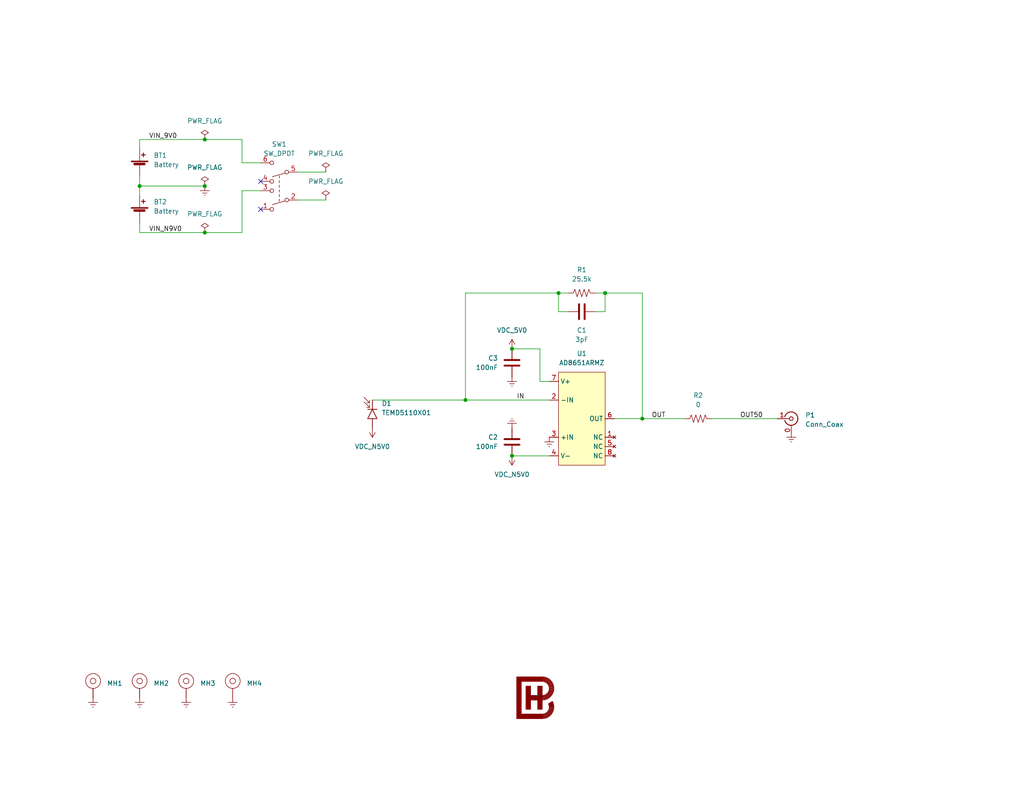
<source format=kicad_sch>
(kicad_sch (version 20231120) (generator "eeschema") (generator_version "8.0")
  (paper "A")
  (title_block (title "${PROJECT_NAME}") (rev "${PCB_REVISION}") (company "BRENDANHAINES.COM"))
  (lib_symbols
    (symbol "bh:AD8651ARMZ" (exclude_from_sim yes)
      (property "Reference" "U" (at 0 0 0))
      (property "Value" "AD8651ARMZ" (at 0 0 0))
      (symbol "AD8651ARMZ_1_1"
        (rectangle (start 0 0) (end 12.7 -25.4) (fill (type background)))
        (pin no_connect line (at 15.24 -17.78 180) (length 2.54) (name "NC") (number "1"))
        (pin input line (at -2.54 -7.62 0) (length 2.54) (name "-IN") (number "2"))
        (pin input line (at -2.54 -17.78 0) (length 2.54) (name "+IN") (number "3"))
        (pin power_in line (at -2.54 -22.86 0) (length 2.54) (name "V-") (number "4"))
        (pin no_connect line (at 15.24 -20.32 180) (length 2.54) (name "NC") (number "5"))
        (pin output line (at 15.24 -12.7 180) (length 2.54) (name "OUT") (number "6"))
        (pin power_in line (at -2.54 -2.54 0) (length 2.54) (name "V+") (number "7"))
        (pin no_connect line (at 15.24 -22.86 180) (length 2.54) (name "NC") (number "8"))
      )
    )
    (symbol "bh:Battery" (pin_numbers hide) (pin_names (offset 0) hide)
      (property "Reference" "BT" (at 2.54 1.27 0))
      (property "Value" "Battery" (at 2.54 -1.27 0))
      (symbol "Battery_0_1"
        (rectangle (start -2.286 0.508) (end 2.286 0.254) (fill (type outline)))
        (rectangle (start -1.5748 -0.0762) (end 1.4732 -0.5842) (fill (type outline)))
        (polyline (pts (xy 0 -0.508) (xy 0 -1.27)))
        (polyline (pts (xy 0 0.508) (xy 0 1.27)))
        (polyline (pts (xy 0.508 2.159) (xy 1.524 2.159)) (stroke (width 0.254)))
        (polyline (pts (xy 1.016 2.667) (xy 1.016 1.651)) (stroke (width 0.254)))
      )
      (symbol "Battery_1_1"
        (pin passive line (at 0 3.81 270) (length 2.54) (name "+") (number "1"))
        (pin passive line (at 0 -3.81 90) (length 2.54) (name "-") (number "2"))
      )
    )
    (symbol "bh:C" (pin_numbers hide) (pin_names (offset 0.254))
      (property "Reference" "C" (at 0.635 2.54 0))
      (property "Value" "C" (at 0.635 -2.54 0))
      (symbol "C_0_1"
        (polyline (pts (xy -2.032 -0.762) (xy 2.032 -0.762)) (stroke (width 0.508)))
        (polyline (pts (xy -2.032 0.762) (xy 2.032 0.762)) (stroke (width 0.508)))
      )
      (symbol "C_1_1"
        (pin passive line (at 0 3.81 270) (length 2.794) (name "~") (number "1"))
        (pin passive line (at 0 -3.81 90) (length 2.794) (name "~") (number "2"))
      )
    )
    (symbol "bh:Conn_Coax" (pin_names hide) (exclude_from_sim yes)
      (property "Reference" "P" (at 0 3.81 0))
      (property "Value" "Conn_Coax" (at 0 3.81 0))
      (symbol "Conn_Coax_0_1"
        (arc (start -1.778 -0.508) (mid 0.2311 -1.8066) (end 1.778 0) (stroke (width 0.254)))
        (polyline (pts (xy -1.27 0) (xy -0.508 0)))
        (polyline (pts (xy 0 -2.54) (xy 0 -1.778)))
        (circle (center 0 0) (radius 0.508) (stroke (width 0.2032)))
        (arc (start 1.778 0) (mid 0.2233 1.8169) (end -1.778 0.508) (stroke (width 0.254)))
      )
      (symbol "Conn_Coax_1_1"
        (pin passive line (at 0 -3.81 90) (length 1.27) (name "Ext") (number "0"))
        (pin passive line (at -3.81 0 0) (length 2.54) (name "In") (number "1"))
      )
    )
    (symbol "bh:GND" (power) (pin_names (offset 0))
      (symbol "GND_0_1"
        (polyline (pts (xy -0.635 -1.905) (xy 0.635 -1.905)))
        (polyline (pts (xy -0.127 -2.54) (xy 0.127 -2.54)))
        (polyline (pts (xy 0 -1.27) (xy 0 0)))
        (polyline (pts (xy 1.27 -1.27) (xy -1.27 -1.27)))
      )
      (symbol "GND_1_1"
        (pin power_in line (at 0 0 90) (length 0) hide (name "GND") (number "1"))
      )
    )
    (symbol "bh:LOGO_BH" (in_bom no)
      (symbol "LOGO_BH_0_1"
        (rectangle (start -5.08 -4.445) (end 1.905 -5.715) (fill (type outline)))
        (rectangle (start -5.08 4.445) (end -3.81 -4.445) (fill (type outline)))
        (rectangle (start -5.08 5.715) (end 1.905 4.445) (fill (type outline)))
        (rectangle (start -2.54 3.175) (end -1.27 -3.175) (fill (type outline)))
        (rectangle (start -1.27 0.635) (end 0.635 -0.635) (fill (type outline)))
        (polyline (pts (xy 1.905 0.635) (xy 1.905 -0.635)))
        (polyline (pts (xy 3.7084 -1.8542) (xy 3.7084 -1.6002)))
        (polyline (pts (xy 4.6482 -0.9906) (xy 4.572 -1.1684)))
        (polyline (pts (xy 4.7244 -1.1176) (xy 4.4704 -1.1684)))
        (polyline (pts (xy 4.8006 -1.2446) (xy 4.2418 -1.2954)))
        (polyline (pts (xy 4.8514 -1.3716) (xy 4.064 -1.4224)))
        (polyline (pts (xy 4.953 -2.54) (xy 4.9022 -1.778)))
        (polyline (pts (xy 3.81 -2.54) (xy 3.81 -2.3622) (xy 3.7846 -2.2098) (xy 3.7338 -2.032) (xy 3.683 -1.8796) (xy 3.6322 -1.7272) (xy 3.5814 -1.6002) (xy 3.7338 -1.524) (xy 3.8862 -1.4478) (xy 4.1148 -1.3208) (xy 4.2926 -1.2192) (xy 4.4704 -1.0922) (xy 4.6482 -0.9652) (xy 4.7498 -1.143) (xy 4.8514 -1.3462) (xy 4.9276 -1.5748) (xy 4.9784 -1.778) (xy 5.0292 -1.9812) (xy 5.0546 -2.1844) (xy 5.08 -2.54)))
        (rectangle (start 0.635 3.175) (end 1.905 -3.175) (fill (type outline)))
        (arc (start 1.905 -5.715) (mid 4.1501 -4.7851) (end 5.08 -2.54))
        (arc (start 1.905 -5.588) (mid 4.0603 -4.6953) (end 4.953 -2.54))
        (arc (start 1.905 -5.461) (mid 3.9705 -4.6055) (end 4.826 -2.54))
        (arc (start 1.905 -5.334) (mid 3.8807 -4.5157) (end 4.699 -2.54))
        (arc (start 1.905 -5.207) (mid 3.7909 -4.4259) (end 4.572 -2.54))
        (arc (start 1.905 -5.08) (mid 3.7011 -4.3361) (end 4.445 -2.54))
        (arc (start 1.905 -4.953) (mid 3.6112 -4.2462) (end 4.318 -2.54))
        (arc (start 1.905 -4.826) (mid 3.5214 -4.1564) (end 4.191 -2.54))
        (arc (start 1.905 -4.699) (mid 3.4316 -4.0666) (end 4.064 -2.54))
        (arc (start 1.905 -4.572) (mid 3.3418 -3.9768) (end 3.937 -2.54))
        (arc (start 1.905 -4.445) (mid 3.252 -3.887) (end 3.81 -2.54))
        (arc (start 1.905 -0.635) (mid 4.1501 0.2949) (end 5.08 2.54))
        (arc (start 1.905 -0.508) (mid 4.0603 0.3847) (end 4.953 2.54))
        (arc (start 1.905 -0.381) (mid 3.9705 0.4745) (end 4.826 2.54))
        (arc (start 1.905 -0.254) (mid 3.8807 0.5643) (end 4.699 2.54))
        (arc (start 1.905 -0.127) (mid 3.7909 0.6541) (end 4.572 2.54))
        (arc (start 1.905 0) (mid 3.7011 0.7439) (end 4.445 2.54))
        (arc (start 1.905 0.127) (mid 3.6112 0.8338) (end 4.318 2.54))
        (arc (start 1.905 0.254) (mid 3.5214 0.9236) (end 4.191 2.54))
        (arc (start 1.905 0.381) (mid 3.4316 1.0134) (end 4.064 2.54))
        (arc (start 1.905 0.508) (mid 3.3418 1.1032) (end 3.937 2.54))
        (arc (start 1.905 0.635) (mid 3.252 1.193) (end 3.81 2.54))
        (rectangle (start 3.81 -1.524) (end 4.826 -2.54) (fill (type outline)))
        (arc (start 3.81 2.54) (mid 3.252 3.887) (end 1.905 4.445))
        (arc (start 3.937 2.54) (mid 3.3418 3.9768) (end 1.905 4.572))
        (arc (start 4.064 2.54) (mid 3.4316 4.0666) (end 1.905 4.699))
        (arc (start 4.191 2.54) (mid 3.5214 4.1564) (end 1.905 4.826))
        (arc (start 4.318 2.54) (mid 3.6112 4.2462) (end 1.905 4.953))
        (arc (start 4.445 2.54) (mid 3.7011 4.3361) (end 1.905 5.08))
        (arc (start 4.572 2.54) (mid 3.7909 4.4259) (end 1.905 5.207))
        (arc (start 4.699 2.54) (mid 3.8807 4.5157) (end 1.905 5.334))
        (arc (start 4.826 2.54) (mid 3.9705 4.6055) (end 1.905 5.461))
        (arc (start 4.953 2.54) (mid 4.0603 4.6953) (end 1.905 5.588))
        (arc (start 5.08 2.54) (mid 4.1501 4.7851) (end 1.905 5.715))
      )
    )
    (symbol "bh:Mounting_Hole" (pin_numbers hide) (pin_names (offset 0.762) hide)
      (property "Reference" "MH" (at 0 7.62 0))
      (symbol "Mounting_Hole_0_1"
        (circle (center 0 4.572) (radius 0.762))
        (circle (center 0 4.572) (radius 2.032))
      )
      (symbol "Mounting_Hole_1_1"
        (pin passive line (at 0 0 90) (length 2.54) (name "1") (number "1"))
      )
    )
    (symbol "bh:PWR_FLAG" (power) (pin_numbers hide) (pin_names (offset 0) hide)
      (property "Value" "PWR_FLAG" (at 0 3.81 0))
      (symbol "PWR_FLAG_0_0"
        (pin power_out line (at 0 0 90) (length 0) (name "pwr") (number "1"))
      )
      (symbol "PWR_FLAG_0_1"
        (polyline (pts (xy 0 0) (xy 0 1.27) (xy -1.016 1.905) (xy 0 2.54) (xy 1.016 1.905) (xy 0 1.27)))
      )
    )
    (symbol "bh:R" (pin_numbers hide) (pin_names (offset 0))
      (property "Reference" "R" (at 2.032 0 90))
      (property "Value" "R" (at -1.905 0 90))
      (symbol "R_0_1"
        (polyline (pts (xy 0 -2.54) (xy 0 -2.286) (xy 1.016 -1.905) (xy -1.016 -1.27) (xy 1.016 -0.635) (xy -1.016 0) (xy 1.016 0.635) (xy -1.016 1.27) (xy 1.016 1.905) (xy 0 2.286) (xy 0 2.54)))
      )
      (symbol "R_1_1"
        (pin passive line (at 0 3.81 270) (length 1.27) (name "~") (number "1"))
        (pin passive line (at 0 -3.81 90) (length 1.27) (name "~") (number "2"))
      )
    )
    (symbol "bh:SW_DPDT" (pin_names (offset 0) hide)
      (property "Reference" "SW" (at 0 4.318 0))
      (property "Value" "SW_DPDT" (at 0 -12.7 0))
      (symbol "SW_DPDT_0_0"
        (circle (center -2.032 0) (radius 0.508))
        (circle (center 2.032 -2.54) (radius 0.508))
      )
      (symbol "SW_DPDT_0_1"
        (polyline (pts (xy -1.524 0.254) (xy 1.905 1.27)))
        (polyline (pts (xy 0 -5.969) (xy 0 -6.604)))
        (polyline (pts (xy 0 -4.699) (xy 0 -5.334)))
        (polyline (pts (xy 0 -3.429) (xy 0 -4.064)))
        (polyline (pts (xy 0 -2.159) (xy 0 -2.794)))
        (polyline (pts (xy 0 -0.889) (xy 0 -1.524)))
        (polyline (pts (xy 0 0.381) (xy 0 -0.254)))
        (circle (center 2.032 2.54) (radius 0.508))
      )
      (symbol "SW_DPDT_1_1"
        (circle (center -2.032 -7.62) (radius 0.508))
        (polyline (pts (xy -1.524 -7.366) (xy 1.905 -6.35)))
        (circle (center 2.032 -10.16) (radius 0.508))
        (circle (center 2.032 -5.08) (radius 0.508))
        (pin passive line (at 5.08 2.54 180) (length 2.54) (name "A") (number "1"))
        (pin passive line (at -5.08 0 0) (length 2.54) (name "B") (number "2"))
        (pin passive line (at 5.08 -2.54 180) (length 2.54) (name "C") (number "3"))
        (pin passive line (at 5.08 -5.08 180) (length 2.54) (name "A") (number "4"))
        (pin passive line (at -5.08 -7.62 0) (length 2.54) (name "B") (number "5"))
        (pin passive line (at 5.08 -10.16 180) (length 2.54) (name "C") (number "6"))
      )
    )
    (symbol "bh:TEMD5110X01" (pin_numbers hide) (pin_names (offset 1.016) hide)
      (property "Reference" "D" (at 0 2.54 0))
      (property "Value" "TEMD5110X01" (at 0 -2.54 0))
      (symbol "TEMD5110X01_0_1"
        (polyline (pts (xy -1.27 -1.27) (xy -1.27 1.27)) (stroke (width 0.2032)))
        (polyline (pts (xy 1.27 -1.27) (xy 1.27 1.27) (xy -1.27 0) (xy 1.27 -1.27)) (stroke (width 0.2032)))
        (polyline (pts (xy -4.572 -2.286) (xy -3.048 -0.762) (xy -3.81 -0.762) (xy -3.048 -0.762) (xy -3.048 -1.524)))
        (polyline (pts (xy -3.302 -2.286) (xy -1.778 -0.762) (xy -2.54 -0.762) (xy -1.778 -0.762) (xy -1.778 -1.524)))
      )
      (symbol "TEMD5110X01_1_1"
        (pin passive line (at 3.81 0 180) (length 2.54) (name "A") (number "A"))
        (pin passive line (at -3.81 0 0) (length 2.54) (name "K") (number "K"))
      )
    )
    (symbol "bh:VDC_5V0" (power) (pin_names (offset 0))
      (property "Value" "VDC_5V0" (at 0 3.556 0))
      (symbol "VDC_5V0_0_1"
        (polyline (pts (xy -0.762 1.27) (xy 0 2.54)))
        (polyline (pts (xy 0 0) (xy 0 2.54)))
        (polyline (pts (xy 0 2.54) (xy 0.762 1.27)))
      )
      (symbol "VDC_5V0_1_1"
        (pin power_in line (at 0 0 90) (length 0) hide (name "VDC_5V0") (number "1"))
      )
    )
    (symbol "bh:VDC_N5V0" (power) (pin_names (offset 0))
      (property "Value" "VDC_N5V0" (at 0 3.556 0))
      (symbol "VDC_N5V0_0_1"
        (polyline (pts (xy -0.762 1.27) (xy 0 2.54)))
        (polyline (pts (xy 0 0) (xy 0 2.54)))
        (polyline (pts (xy 0 2.54) (xy 0.762 1.27)))
      )
      (symbol "VDC_N5V0_1_1"
        (pin power_in line (at 0 0 90) (length 0) hide (name "VDC_N5V0") (number "1"))
      )
    )
  )
  (junction (at 139.7 95.25))
  (junction (at 55.88 50.8))
  (junction (at 139.7 124.46))
  (junction (at 152.4 80.01))
  (junction (at 127 109.22))
  (junction (at 55.88 63.5))
  (junction (at 165.1 80.01))
  (junction (at 175.26 114.3))
  (junction (at 55.88 38.1))
  (junction (at 38.1 50.8))
  (no_connect (at 71.12 49.53))
  (no_connect (at 71.12 57.15))
  (wire (pts (xy 38.1 40.64) (xy 38.1 38.1)))
  (wire (pts (xy 152.4 80.01) (xy 127 80.01)))
  (wire (pts (xy 71.12 52.07) (xy 66.04 52.07)))
  (wire (pts (xy 66.04 52.07) (xy 66.04 63.5)))
  (wire (pts (xy 66.04 44.45) (xy 66.04 38.1)))
  (wire (pts (xy 55.88 63.5) (xy 66.04 63.5)))
  (wire (pts (xy 71.12 44.45) (xy 66.04 44.45)))
  (wire (pts (xy 152.4 85.09) (xy 152.4 80.01)))
  (wire (pts (xy 55.88 38.1) (xy 66.04 38.1)))
  (wire (pts (xy 175.26 80.01) (xy 175.26 114.3)))
  (wire (pts (xy 194.31 114.3) (xy 212.09 114.3)))
  (wire (pts (xy 147.32 95.25) (xy 147.32 104.14)))
  (wire (pts (xy 81.28 46.99) (xy 88.9 46.99)))
  (wire (pts (xy 38.1 63.5) (xy 38.1 60.96)))
  (wire (pts (xy 139.7 124.46) (xy 149.86 124.46)))
  (wire (pts (xy 167.64 114.3) (xy 175.26 114.3)))
  (wire (pts (xy 165.1 80.01) (xy 175.26 80.01)))
  (wire (pts (xy 127 109.22) (xy 149.86 109.22)))
  (wire (pts (xy 38.1 63.5) (xy 55.88 63.5)))
  (wire (pts (xy 162.56 85.09) (xy 165.1 85.09)))
  (wire (pts (xy 154.94 80.01) (xy 152.4 80.01)))
  (wire (pts (xy 81.28 54.61) (xy 88.9 54.61)))
  (wire (pts (xy 38.1 50.8) (xy 55.88 50.8)))
  (wire (pts (xy 147.32 104.14) (xy 149.86 104.14)))
  (wire (pts (xy 38.1 38.1) (xy 55.88 38.1)))
  (wire (pts (xy 139.7 95.25) (xy 147.32 95.25)))
  (wire (pts (xy 101.6 109.22) (xy 127 109.22)))
  (wire (pts (xy 154.94 85.09) (xy 152.4 85.09)))
  (wire (pts (xy 175.26 114.3) (xy 186.69 114.3)))
  (wire (pts (xy 38.1 53.34) (xy 38.1 50.8)))
  (wire (pts (xy 162.56 80.01) (xy 165.1 80.01)))
  (wire (pts (xy 38.1 48.26) (xy 38.1 50.8)))
  (wire (pts (xy 165.1 85.09) (xy 165.1 80.01)))
  (wire (pts (xy 127 80.01) (xy 127 109.22)))
  (label "VIN_N9V0" (at 40.64 63.5 0))
  (label "OUT50" (at 201.93 114.3 0))
  (label "OUT" (at 177.8 114.3 0))
  (label "IN" (at 140.97 109.22 0))
  (label "VIN_9V0" (at 40.64 38.1 0))
  (symbol (lib_id "bh:C") (at 139.7 120.65 0) (unit 1)
    (property "Reference" "C2" (at 135.89 119.3799 0) (effects (justify right)))
    (property "Value" "100nF" (at 135.89 121.9199 0) (effects (justify right)))
    (property "Footprint" "common:C0402" (effects (hide yes)))
    (property "Description" "Capacitor" (effects (hide yes)))
    (property "FieldName" "Value" (effects (hide yes)))
    (property "Sim.Device" "C" (effects (hide yes)))
    (property "Sim.Pins" "1=+ 2=-" (effects (hide yes)))
  )
  (symbol (lib_id "bh:Conn_Coax") (at 215.9 114.3 0) (unit 1) (exclude_from_sim yes)
    (property "Reference" "P1" (at 219.71 113.3188 0) (effects (justify left)))
    (property "Value" "Conn_Coax" (at 219.71 115.8588 0) (effects (justify left)))
    (property "Footprint" "common:2466267-1" (effects (hide yes)))
    (property "Description" "Connector, Coax" (effects (hide yes)))
  )
  (symbol (lib_id "bh:GND") (at 139.7 102.87 0) (unit 1)
    (property "Reference" "#PWR012" (effects (hide yes)))
    (property "Value" "GND" (effects (hide yes)))
    (property "Description" "Power Symbol" (effects (hide yes)))
  )
  (symbol (lib_id "bh:PWR_FLAG") (at 55.88 38.1 0) (unit 1)
    (property "Reference" "#FLG02" (effects (hide yes)))
    (property "Value" "PWR_FLAG" (at 55.88 33.02 0))
    (property "Description" "Special symbol for telling ERC where power comes from" (effects (hide yes)))
  )
  (symbol (lib_id "bh:C") (at 139.7 99.06 0) (unit 1)
    (property "Reference" "C3" (at 135.89 97.7899 0) (effects (justify right)))
    (property "Value" "100nF" (at 135.89 100.3299 0) (effects (justify right)))
    (property "Footprint" "common:C0402" (effects (hide yes)))
    (property "Description" "Capacitor" (effects (hide yes)))
    (property "FieldName" "Value" (effects (hide yes)))
    (property "Sim.Device" "C" (effects (hide yes)))
    (property "Sim.Pins" "1=+ 2=-" (effects (hide yes)))
  )
  (symbol (lib_id "bh:LOGO_BH") (at 146.05 190.5 0) (unit 1) (exclude_from_sim yes) (in_bom no)
    (property "Reference" "LOGO1" (effects (hide yes)))
    (property "Value" "~" (at 146.685 189.865 0))
    (property "Footprint" "common:LOGO_BH" (effects (hide yes)))
  )
  (symbol (lib_id "bh:GND") (at 55.88 50.8 0) (unit 1)
    (property "Reference" "#PWR09" (effects (hide yes)))
    (property "Value" "GND" (effects (hide yes)))
    (property "Description" "Power Symbol" (effects (hide yes)))
  )
  (symbol (lib_id "bh:GND") (at 139.7 116.84 180) (unit 1)
    (property "Reference" "#PWR010" (effects (hide yes)))
    (property "Value" "GND" (effects (hide yes)))
    (property "Description" "Power Symbol" (effects (hide yes)))
  )
  (symbol (lib_id "bh:Mounting_Hole") (at 63.5 190.5 0) (unit 1) (exclude_from_sim yes) (in_bom no)
    (property "Reference" "MH4" (at 67.31 186.563 0) (effects (justify left)))
    (property "Value" "Mounting_Hole" (effects (hide yes)))
    (property "Footprint" "common:MH120X230_#4" (effects (hide yes)))
  )
  (symbol (lib_id "bh:R") (at 158.75 80.01 90) (unit 1)
    (property "Reference" "R1" (at 158.75 73.66 90))
    (property "Value" "25.5k" (at 158.75 76.2 90))
    (property "Footprint" "common:R0402" (effects (hide yes)))
    (property "Description" "Resistor" (effects (hide yes)))
    (property "FieldName" "Value" (effects (hide yes)))
    (property "Sim.Device" "R" (effects (hide yes)))
    (property "Sim.Pins" "1=+ 2=-" (effects (hide yes)))
  )
  (symbol (lib_id "bh:GND") (at 38.1 190.5 0) (unit 1)
    (property "Reference" "#PWR02" (effects (hide yes)))
    (property "Value" "GND" (effects (hide yes)))
  )
  (symbol (lib_id "bh:VDC_N5V0") (at 139.7 124.46 180) (unit 1)
    (property "Reference" "#PWR05" (effects (hide yes)))
    (property "Value" "VDC_N5V0" (at 139.7 129.54 0))
    (property "Description" "Power Symbol" (effects (hide yes)))
  )
  (symbol (lib_id "bh:C") (at 158.75 85.09 90) (unit 1)
    (property "Reference" "C1" (at 158.75 90.17 90))
    (property "Value" "3pF" (at 158.75 92.71 90))
    (property "Footprint" "common:C0402" (effects (hide yes)))
    (property "Description" "Capacitor" (effects (hide yes)))
    (property "FieldName" "Value" (effects (hide yes)))
    (property "Sim.Device" "C" (effects (hide yes)))
    (property "Sim.Pins" "1=+ 2=-" (effects (hide yes)))
  )
  (symbol (lib_id "bh:PWR_FLAG") (at 88.9 54.61 0) (unit 1)
    (property "Reference" "#FLG05" (effects (hide yes)))
    (property "Value" "PWR_FLAG" (at 88.9 49.53 0))
    (property "Description" "Special symbol for telling ERC where power comes from" (effects (hide yes)))
  )
  (symbol (lib_id "bh:PWR_FLAG") (at 55.88 50.8 0) (unit 1)
    (property "Reference" "#FLG01" (effects (hide yes)))
    (property "Value" "PWR_FLAG" (at 55.88 45.72 0))
    (property "Description" "Special symbol for telling ERC where power comes from" (effects (hide yes)))
  )
  (symbol (lib_id "bh:GND") (at 215.9 118.11 0) (unit 1)
    (property "Reference" "#PWR011" (effects (hide yes)))
    (property "Value" "GND" (effects (hide yes)))
    (property "Description" "Power Symbol" (effects (hide yes)))
  )
  (symbol (lib_id "bh:GND") (at 25.4 190.5 0) (unit 1)
    (property "Reference" "#PWR01" (effects (hide yes)))
    (property "Value" "GND" (effects (hide yes)))
  )
  (symbol (lib_id "bh:Mounting_Hole") (at 50.8 190.5 0) (unit 1) (exclude_from_sim yes) (in_bom no)
    (property "Reference" "MH3" (at 54.61 186.563 0) (effects (justify left)))
    (property "Value" "Mounting_Hole" (effects (hide yes)))
    (property "Footprint" "common:MH120X230_#4" (effects (hide yes)))
  )
  (symbol (lib_id "bh:PWR_FLAG") (at 88.9 46.99 0) (unit 1)
    (property "Reference" "#FLG04" (effects (hide yes)))
    (property "Value" "PWR_FLAG" (at 88.9 41.91 0))
    (property "Description" "Special symbol for telling ERC where power comes from" (effects (hide yes)))
  )
  (symbol (lib_id "bh:TEMD5110X01") (at 101.6 113.03 270) (unit 1)
    (property "Reference" "D1" (at 104.14 110.1597 90) (effects (justify left)))
    (property "Value" "TEMD5110X01" (at 104.14 112.6997 90) (effects (justify left)))
    (property "Footprint" "common:TEMD5110X01" (effects (hide yes)))
    (property "Datasheet" "https://www.vishay.com/docs/84658/temd5110.pdf" (effects (hide yes)))
    (property "Description" "Diode, Photodiode, Infrared 870-950nm" (effects (hide yes)))
    (property "MPN" "TEMD5110X01" (effects (hide yes)))
    (property "Manufacturer" "Vishay Semiconductor Opto Division" (effects (hide yes)))
  )
  (symbol (lib_id "bh:Mounting_Hole") (at 25.4 190.5 0) (unit 1) (exclude_from_sim yes) (in_bom no)
    (property "Reference" "MH1" (at 29.21 186.563 0) (effects (justify left)))
    (property "Value" "Mounting_Hole" (effects (hide yes)))
    (property "Footprint" "common:MH120X230_#4" (effects (hide yes)))
  )
  (symbol (lib_id "bh:R") (at 190.5 114.3 90) (unit 1)
    (property "Reference" "R2" (at 190.5 107.95 90))
    (property "Value" "0" (at 190.5 110.49 90))
    (property "Footprint" "common:R1210" (effects (hide yes)))
    (property "Description" "Resistor" (effects (hide yes)))
    (property "FieldName" "Value" (effects (hide yes)))
    (property "Sim.Device" "R" (effects (hide yes)))
    (property "Sim.Pins" "1=+ 2=-" (effects (hide yes)))
  )
  (symbol (lib_id "bh:Battery") (at 38.1 57.15 0) (unit 1)
    (property "Reference" "BT2" (at 41.91 55.1179 0) (effects (justify left)))
    (property "Value" "Battery" (at 41.91 57.6579 0) (effects (justify left)))
    (property "Footprint" "common:Keystone_967" (effects (hide yes)))
    (property "Description" "Battery" (effects (hide yes)))
  )
  (symbol (lib_id "bh:GND") (at 149.86 119.38 0) (unit 1)
    (property "Reference" "#PWR07" (effects (hide yes)))
    (property "Value" "GND" (effects (hide yes)))
    (property "Description" "Power Symbol" (effects (hide yes)))
  )
  (symbol (lib_id "bh:AD8651ARMZ") (at 152.4 101.6 0) (unit 1) (exclude_from_sim yes)
    (property "Reference" "U1" (at 158.75 96.52 0))
    (property "Value" "AD8651ARMZ" (at 158.75 99.06 0))
    (property "Footprint" "common:MSOP8" (effects (hide yes)))
    (property "Datasheet" "https://www.analog.com/media/en/technical-documentation/data-sheets/AD8651_8652.pdf" (effects (hide yes)))
    (property "Description" "50 MHz, Precision, Low Distortion, Low Noise CMOS Amplifiers" (effects (hide yes)))
    (property "Manufacturer" "Analog Devices" (effects (hide yes)))
    (property "MPN" "AD8651ARMZ" (effects (hide yes)))
  )
  (symbol (lib_id "bh:VDC_5V0") (at 139.7 95.25 0) (unit 1)
    (property "Reference" "#PWR06" (effects (hide yes)))
    (property "Value" "VDC_5V0" (at 139.7 90.17 0))
    (property "Description" "Power Symbol" (effects (hide yes)))
  )
  (symbol (lib_id "bh:PWR_FLAG") (at 55.88 63.5 0) (unit 1)
    (property "Reference" "#FLG03" (effects (hide yes)))
    (property "Value" "PWR_FLAG" (at 55.88 58.42 0))
    (property "Description" "Special symbol for telling ERC where power comes from" (effects (hide yes)))
  )
  (symbol (lib_id "bh:GND") (at 63.5 190.5 0) (unit 1)
    (property "Reference" "#PWR04" (effects (hide yes)))
    (property "Value" "GND" (effects (hide yes)))
  )
  (symbol (lib_id "bh:Battery") (at 38.1 44.45 0) (unit 1)
    (property "Reference" "BT1" (at 41.91 42.4179 0) (effects (justify left)))
    (property "Value" "Battery" (at 41.91 44.9579 0) (effects (justify left)))
    (property "Footprint" "common:Keystone_967" (effects (hide yes)))
    (property "Description" "Battery" (effects (hide yes)))
  )
  (symbol (lib_id "bh:GND") (at 50.8 190.5 0) (unit 1)
    (property "Reference" "#PWR03" (effects (hide yes)))
    (property "Value" "GND" (effects (hide yes)))
  )
  (symbol (lib_id "bh:Mounting_Hole") (at 38.1 190.5 0) (unit 1) (exclude_from_sim yes) (in_bom no)
    (property "Reference" "MH2" (at 41.91 186.563 0) (effects (justify left)))
    (property "Value" "Mounting_Hole" (effects (hide yes)))
    (property "Footprint" "common:MH120X230_#4" (effects (hide yes)))
  )
  (symbol (lib_id "bh:SW_DPDT") (at 76.2 54.61 180) (unit 1)
    (property "Reference" "SW1" (at 76.2 39.37 0))
    (property "Value" "SW_DPDT" (at 76.2 41.91 0))
    (property "Footprint" "common:CK_1201M2S3CQE2" (effects (hide yes)))
    (property "Description" "Switch, DPDT" (effects (hide yes)))
  )
  (symbol (lib_id "bh:VDC_N5V0") (at 101.6 116.84 180) (unit 1)
    (property "Reference" "#PWR08" (effects (hide yes)))
    (property "Value" "VDC_N5V0" (at 101.6 121.92 0))
    (property "Description" "Power Symbol" (effects (hide yes)))
  )
)
</source>
